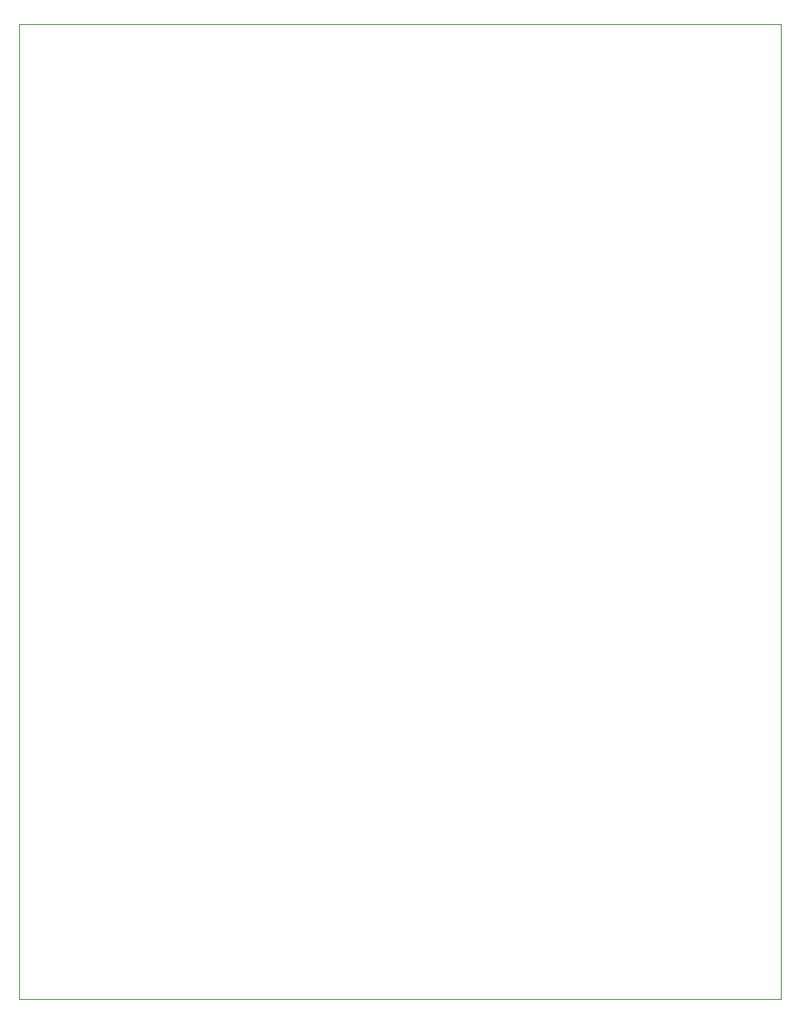
<source format=gbr>
G04 #@! TF.GenerationSoftware,KiCad,Pcbnew,(5.1.4)-1*
G04 #@! TF.CreationDate,2022-01-25T20:32:37+02:00*
G04 #@! TF.ProjectId,Backplane v2,4261636b-706c-4616-9e65-2076322e6b69,rev?*
G04 #@! TF.SameCoordinates,Original*
G04 #@! TF.FileFunction,Profile,NP*
%FSLAX46Y46*%
G04 Gerber Fmt 4.6, Leading zero omitted, Abs format (unit mm)*
G04 Created by KiCad (PCBNEW (5.1.4)-1) date 2022-01-25 20:32:37*
%MOMM*%
%LPD*%
G04 APERTURE LIST*
%ADD10C,0.050000*%
G04 APERTURE END LIST*
D10*
X160655000Y-144780000D02*
X160655000Y-45720000D01*
X83185000Y-144780000D02*
X160655000Y-144780000D01*
X83185000Y-45720000D02*
X83185000Y-144780000D01*
X160655000Y-45720000D02*
X83185000Y-45720000D01*
M02*

</source>
